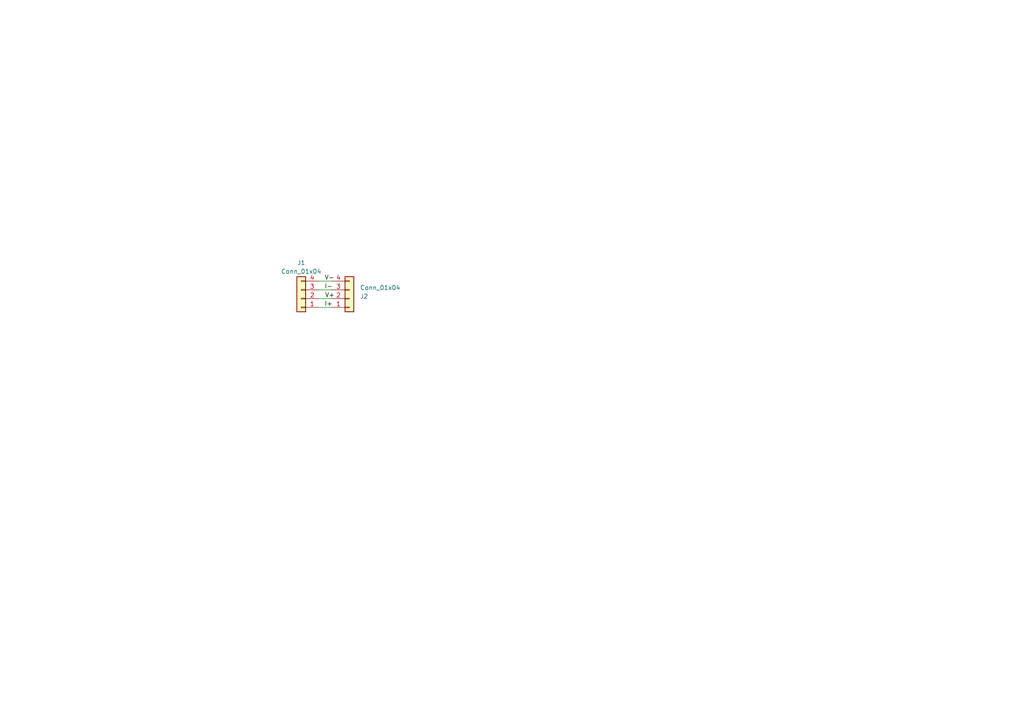
<source format=kicad_sch>
(kicad_sch (version 20230121) (generator eeschema)
  (paper "A4")
  (lib_symbols
    (symbol "Connector_Generic:Conn_01x04" (pin_names (offset 1.016) hide)
      (property "Reference" "J" (at 0 5.08 0))
      (property "Value" "Conn_01x04" (at 0 -7.62 0))
      (symbol "Conn_01x04_1_1"
        (rectangle (start -1.27 -4.953) (end 0 -5.207) (stroke (width 0.1524)))
        (rectangle (start -1.27 -2.413) (end 0 -2.667) (stroke (width 0.1524)))
        (rectangle (start -1.27 0.127) (end 0 -0.127) (stroke (width 0.1524)))
        (rectangle (start -1.27 2.667) (end 0 2.413) (stroke (width 0.1524)))
        (rectangle (start -1.27 3.81) (end 1.27 -6.35) (stroke (width 0.254)) (fill (type background)))
        (pin passive line (at -5.08 2.54 0) (length 3.81) (name "Pin_1") (number "1"))
        (pin passive line (at -5.08 0 0) (length 3.81) (name "Pin_2") (number "2"))
        (pin passive line (at -5.08 -2.54 0) (length 3.81) (name "Pin_3") (number "3"))
        (pin passive line (at -5.08 -5.08 0) (length 3.81) (name "Pin_4") (number "4"))
      )
    )
  )
  (wire (pts (xy 92.456 81.534) (xy 96.266 81.534)))
  (wire (pts (xy 92.456 84.074) (xy 96.266 84.074)))
  (wire (pts (xy 92.456 86.614) (xy 96.266 86.614)))
  (wire (pts (xy 92.456 89.154) (xy 96.266 89.154)))
  (label "V-" (at 94.107 81.534 0))
  (label "I+" (at 94.107 89.154 0))
  (label "V+" (at 94.234 86.614 0))
  (label "I-" (at 94.107 84.074 0))
  (symbol (lib_id "Connector_Generic:Conn_01x04") (at 87.376 86.614 180) (unit 1)
    (property "Reference" "J1" (at 87.376 76.2 0))
    (property "Value" "Conn_01x04" (at 87.376 78.74 0))
    (property "Footprint" "Connector_PinHeader_2.54mm:PinHeader_1x04_P2.54mm_Horizontal" (effects hide))
    (property "LCSC" "C492412" (effects hide))
  )
  (symbol (lib_id "Connector_Generic:Conn_01x04") (at 101.346 86.614 0) (mirror x) (unit 1)
    (property "Reference" "J2" (at 104.4027 85.979 0) (effects (justify left)))
    (property "Value" "Conn_01x04" (at 104.4027 83.439 0) (effects (justify left)))
    (property "Footprint" "0_Library:Solder_pad" (effects hide))
  )
)
</source>
